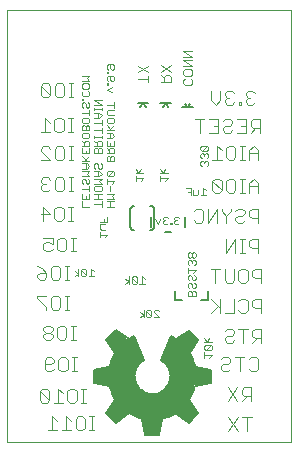
<source format=gbo>
G75*
G70*
%OFA0B0*%
%FSLAX24Y24*%
%IPPOS*%
%LPD*%
%AMOC8*
5,1,8,0,0,1.08239X$1,22.5*
%
%ADD10C,0.0000*%
%ADD11C,0.0040*%
%ADD12C,0.0020*%
%ADD13C,0.0030*%
%ADD14C,0.0080*%
%ADD15C,0.0060*%
D10*
X000380Y000225D02*
X000380Y014621D01*
X009829Y014621D01*
X009829Y000225D01*
X000380Y000225D01*
D11*
X001544Y001545D02*
X001468Y001621D01*
X001468Y001928D01*
X001775Y001621D01*
X001698Y001545D01*
X001544Y001545D01*
X001775Y001621D02*
X001775Y001928D01*
X001698Y002005D01*
X001544Y002005D01*
X001468Y001928D01*
X001928Y001545D02*
X002235Y001545D01*
X002082Y001545D02*
X002082Y002005D01*
X002235Y001852D01*
X002388Y001928D02*
X002388Y001621D01*
X002465Y001545D01*
X002619Y001545D01*
X002695Y001621D01*
X002695Y001928D01*
X002619Y002005D01*
X002465Y002005D01*
X002388Y001928D01*
X002849Y002005D02*
X003002Y002005D01*
X002926Y002005D02*
X002926Y001545D01*
X003002Y001545D02*
X002849Y001545D01*
X002891Y001084D02*
X002738Y001084D01*
X002661Y001008D01*
X002661Y000701D01*
X002738Y000624D01*
X002891Y000624D01*
X002968Y000701D01*
X002968Y001008D01*
X002891Y001084D01*
X003121Y001084D02*
X003275Y001084D01*
X003198Y001084D02*
X003198Y000624D01*
X003275Y000624D02*
X003121Y000624D01*
X002507Y000624D02*
X002200Y000624D01*
X002354Y000624D02*
X002354Y001084D01*
X002507Y000931D01*
X002047Y000931D02*
X001893Y001084D01*
X001893Y000624D01*
X001740Y000624D02*
X002047Y000624D01*
X002165Y002597D02*
X002088Y002674D01*
X002088Y002981D01*
X002165Y003058D01*
X002319Y003058D01*
X002395Y002981D01*
X002395Y002674D01*
X002319Y002597D01*
X002165Y002597D01*
X001935Y002674D02*
X001858Y002597D01*
X001705Y002597D01*
X001628Y002674D01*
X001628Y002981D01*
X001705Y003058D01*
X001858Y003058D01*
X001935Y002981D01*
X001935Y002904D01*
X001858Y002827D01*
X001628Y002827D01*
X001668Y003645D02*
X001591Y003721D01*
X001591Y003798D01*
X001668Y003875D01*
X001822Y003875D01*
X001898Y003952D01*
X001898Y004028D01*
X001822Y004105D01*
X001668Y004105D01*
X001591Y004028D01*
X001591Y003952D01*
X001668Y003875D01*
X001822Y003875D02*
X001898Y003798D01*
X001898Y003721D01*
X001822Y003645D01*
X001668Y003645D01*
X002052Y003721D02*
X002052Y004028D01*
X002128Y004105D01*
X002282Y004105D01*
X002359Y004028D01*
X002359Y003721D01*
X002282Y003645D01*
X002128Y003645D01*
X002052Y003721D01*
X002512Y003645D02*
X002666Y003645D01*
X002589Y003645D02*
X002589Y004105D01*
X002666Y004105D02*
X002512Y004105D01*
X002460Y004645D02*
X002307Y004645D01*
X002383Y004645D02*
X002383Y005105D01*
X002307Y005105D02*
X002460Y005105D01*
X002153Y005028D02*
X002153Y004721D01*
X002076Y004645D01*
X001923Y004645D01*
X001846Y004721D01*
X001846Y005028D01*
X001923Y005105D01*
X002076Y005105D01*
X002153Y005028D01*
X001693Y005105D02*
X001386Y005105D01*
X001386Y005028D01*
X001693Y004721D01*
X001693Y004645D01*
X001616Y005645D02*
X001462Y005645D01*
X001386Y005721D01*
X001386Y005798D01*
X001462Y005875D01*
X001693Y005875D01*
X001693Y005721D01*
X001616Y005645D01*
X001693Y005875D02*
X001539Y006028D01*
X001386Y006105D01*
X001668Y006586D02*
X001822Y006586D01*
X001898Y006663D01*
X001898Y006817D02*
X001745Y006893D01*
X001668Y006893D01*
X001591Y006817D01*
X001591Y006663D01*
X001668Y006586D01*
X001898Y006817D02*
X001898Y007047D01*
X001591Y007047D01*
X002052Y006970D02*
X002052Y006663D01*
X002128Y006586D01*
X002282Y006586D01*
X002359Y006663D01*
X002359Y006970D01*
X002282Y007047D01*
X002128Y007047D01*
X002052Y006970D01*
X002512Y007047D02*
X002666Y007047D01*
X002589Y007047D02*
X002589Y006586D01*
X002666Y006586D02*
X002512Y006586D01*
X002460Y006105D02*
X002307Y006105D01*
X002383Y006105D02*
X002383Y005645D01*
X002307Y005645D02*
X002460Y005645D01*
X002153Y005721D02*
X002076Y005645D01*
X001923Y005645D01*
X001846Y005721D01*
X001846Y006028D01*
X001923Y006105D01*
X002076Y006105D01*
X002153Y006028D01*
X002153Y005721D01*
X002187Y007613D02*
X002034Y007613D01*
X001957Y007690D01*
X001957Y007997D01*
X002034Y008073D01*
X002187Y008073D01*
X002264Y007997D01*
X002264Y007690D01*
X002187Y007613D01*
X002417Y007613D02*
X002571Y007613D01*
X002494Y007613D02*
X002494Y008073D01*
X002571Y008073D02*
X002417Y008073D01*
X002433Y008597D02*
X002587Y008597D01*
X002510Y008597D02*
X002510Y009058D01*
X002587Y009058D02*
X002433Y009058D01*
X002280Y008981D02*
X002280Y008674D01*
X002203Y008597D01*
X002049Y008597D01*
X001973Y008674D01*
X001973Y008981D01*
X002049Y009058D01*
X002203Y009058D01*
X002280Y008981D01*
X002203Y009629D02*
X002049Y009629D01*
X001973Y009706D01*
X001973Y010013D01*
X002049Y010089D01*
X002203Y010089D01*
X002280Y010013D01*
X002280Y009706D01*
X002203Y009629D01*
X002433Y009629D02*
X002587Y009629D01*
X002510Y009629D02*
X002510Y010089D01*
X002587Y010089D02*
X002433Y010089D01*
X002417Y010566D02*
X002571Y010566D01*
X002494Y010566D02*
X002494Y011026D01*
X002571Y011026D02*
X002417Y011026D01*
X002264Y010949D02*
X002264Y010642D01*
X002187Y010566D01*
X002034Y010566D01*
X001957Y010642D01*
X001957Y010949D01*
X002034Y011026D01*
X002187Y011026D01*
X002264Y010949D01*
X001803Y010873D02*
X001650Y011026D01*
X001650Y010566D01*
X001803Y010566D02*
X001496Y010566D01*
X001589Y010089D02*
X001512Y010013D01*
X001512Y009936D01*
X001819Y009629D01*
X001512Y009629D01*
X001589Y010089D02*
X001742Y010089D01*
X001819Y010013D01*
X001742Y009058D02*
X001589Y009058D01*
X001512Y008981D01*
X001512Y008904D01*
X001589Y008827D01*
X001512Y008751D01*
X001512Y008674D01*
X001589Y008597D01*
X001742Y008597D01*
X001819Y008674D01*
X001666Y008827D02*
X001589Y008827D01*
X001819Y008981D02*
X001742Y009058D01*
X001573Y008073D02*
X001803Y007843D01*
X001496Y007843D01*
X001573Y007613D02*
X001573Y008073D01*
X001589Y011729D02*
X001742Y011729D01*
X001819Y011806D01*
X001512Y012113D01*
X001512Y011806D01*
X001589Y011729D01*
X001819Y011806D02*
X001819Y012113D01*
X001742Y012189D01*
X001589Y012189D01*
X001512Y012113D01*
X001973Y012113D02*
X001973Y011806D01*
X002049Y011729D01*
X002203Y011729D01*
X002280Y011806D01*
X002280Y012113D01*
X002203Y012189D01*
X002049Y012189D01*
X001973Y012113D01*
X002433Y012189D02*
X002587Y012189D01*
X002510Y012189D02*
X002510Y011729D01*
X002587Y011729D02*
X002433Y011729D01*
X006653Y011005D02*
X006960Y011005D01*
X006807Y011005D02*
X006807Y010545D01*
X007114Y010545D02*
X007421Y010545D01*
X007421Y011005D01*
X007114Y011005D01*
X007267Y010775D02*
X007421Y010775D01*
X007574Y010698D02*
X007574Y010621D01*
X007651Y010545D01*
X007804Y010545D01*
X007881Y010621D01*
X007804Y010775D02*
X007651Y010775D01*
X007574Y010698D01*
X007574Y010928D02*
X007651Y011005D01*
X007804Y011005D01*
X007881Y010928D01*
X007881Y010852D01*
X007804Y010775D01*
X008035Y011005D02*
X008341Y011005D01*
X008341Y010545D01*
X008035Y010545D01*
X008188Y010775D02*
X008341Y010775D01*
X008495Y010775D02*
X008495Y010928D01*
X008572Y011005D01*
X008802Y011005D01*
X008802Y010545D01*
X008802Y010698D02*
X008572Y010698D01*
X008495Y010775D01*
X008648Y010698D02*
X008495Y010545D01*
X008607Y010105D02*
X008453Y009952D01*
X008453Y009645D01*
X008300Y009645D02*
X008146Y009645D01*
X008223Y009645D02*
X008223Y010105D01*
X008300Y010105D02*
X008146Y010105D01*
X007993Y010028D02*
X007993Y009721D01*
X007916Y009645D01*
X007762Y009645D01*
X007686Y009721D01*
X007686Y010028D01*
X007762Y010105D01*
X007916Y010105D01*
X007993Y010028D01*
X007532Y009952D02*
X007379Y010105D01*
X007379Y009645D01*
X007532Y009645D02*
X007225Y009645D01*
X007302Y009005D02*
X007225Y008928D01*
X007532Y008621D01*
X007456Y008545D01*
X007302Y008545D01*
X007225Y008621D01*
X007225Y008928D01*
X007302Y009005D02*
X007456Y009005D01*
X007532Y008928D01*
X007532Y008621D01*
X007686Y008621D02*
X007686Y008928D01*
X007762Y009005D01*
X007916Y009005D01*
X007993Y008928D01*
X007993Y008621D01*
X007916Y008545D01*
X007762Y008545D01*
X007686Y008621D01*
X008146Y008545D02*
X008300Y008545D01*
X008223Y008545D02*
X008223Y009005D01*
X008300Y009005D02*
X008146Y009005D01*
X008453Y008852D02*
X008453Y008545D01*
X008453Y008775D02*
X008760Y008775D01*
X008760Y008852D02*
X008607Y009005D01*
X008453Y008852D01*
X008760Y008852D02*
X008760Y008545D01*
X008760Y008005D02*
X008530Y008005D01*
X008453Y007928D01*
X008453Y007775D01*
X008530Y007698D01*
X008760Y007698D01*
X008760Y007545D02*
X008760Y008005D01*
X008300Y007928D02*
X008300Y007852D01*
X008223Y007775D01*
X008069Y007775D01*
X007993Y007698D01*
X007993Y007621D01*
X008069Y007545D01*
X008223Y007545D01*
X008300Y007621D01*
X008300Y007928D02*
X008223Y008005D01*
X008069Y008005D01*
X007993Y007928D01*
X007839Y007928D02*
X007686Y007775D01*
X007686Y007545D01*
X007686Y007775D02*
X007532Y007928D01*
X007532Y008005D01*
X007379Y008005D02*
X007072Y007545D01*
X007072Y008005D01*
X006918Y007928D02*
X006918Y007621D01*
X006842Y007545D01*
X006688Y007545D01*
X006612Y007621D01*
X006612Y007928D02*
X006688Y008005D01*
X006842Y008005D01*
X006918Y007928D01*
X007379Y008005D02*
X007379Y007545D01*
X007686Y007005D02*
X007686Y006545D01*
X007993Y007005D01*
X007993Y006545D01*
X008146Y006545D02*
X008300Y006545D01*
X008223Y006545D02*
X008223Y007005D01*
X008300Y007005D02*
X008146Y007005D01*
X008453Y006928D02*
X008453Y006775D01*
X008530Y006698D01*
X008760Y006698D01*
X008760Y006545D02*
X008760Y007005D01*
X008530Y007005D01*
X008453Y006928D01*
X008323Y006005D02*
X008169Y006005D01*
X008093Y005928D01*
X008093Y005621D01*
X008169Y005545D01*
X008323Y005545D01*
X008400Y005621D01*
X008400Y005928D01*
X008323Y006005D01*
X008553Y005928D02*
X008553Y005775D01*
X008630Y005698D01*
X008860Y005698D01*
X008860Y005545D02*
X008860Y006005D01*
X008630Y006005D01*
X008553Y005928D01*
X007939Y006005D02*
X007939Y005621D01*
X007862Y005545D01*
X007709Y005545D01*
X007632Y005621D01*
X007632Y006005D01*
X007479Y006005D02*
X007172Y006005D01*
X007325Y006005D02*
X007325Y005545D01*
X007172Y005005D02*
X007479Y004698D01*
X007402Y004775D02*
X007172Y004545D01*
X007479Y004545D02*
X007479Y005005D01*
X007632Y004545D02*
X007939Y004545D01*
X007939Y005005D01*
X008093Y004928D02*
X008169Y005005D01*
X008323Y005005D01*
X008400Y004928D01*
X008400Y004621D01*
X008323Y004545D01*
X008169Y004545D01*
X008093Y004621D01*
X008093Y004005D02*
X008400Y004005D01*
X008246Y004005D02*
X008246Y003545D01*
X008553Y003545D02*
X008707Y003698D01*
X008630Y003698D02*
X008860Y003698D01*
X008860Y003545D02*
X008860Y004005D01*
X008630Y004005D01*
X008553Y003928D01*
X008553Y003775D01*
X008630Y003698D01*
X008665Y003064D02*
X008512Y003064D01*
X008435Y002987D01*
X008281Y003064D02*
X007975Y003064D01*
X007821Y002987D02*
X007821Y002911D01*
X007744Y002834D01*
X007591Y002834D01*
X007514Y002757D01*
X007514Y002681D01*
X007591Y002604D01*
X007744Y002604D01*
X007821Y002681D01*
X007821Y002987D02*
X007744Y003064D01*
X007591Y003064D01*
X007514Y002987D01*
X007709Y003545D02*
X007632Y003621D01*
X007632Y003698D01*
X007709Y003775D01*
X007862Y003775D01*
X007939Y003852D01*
X007939Y003928D01*
X007862Y004005D01*
X007709Y004005D01*
X007632Y003928D01*
X007709Y003545D02*
X007862Y003545D01*
X007939Y003621D01*
X008128Y003064D02*
X008128Y002604D01*
X008435Y002681D02*
X008512Y002604D01*
X008665Y002604D01*
X008742Y002681D01*
X008742Y002987D01*
X008665Y003064D01*
X008517Y002058D02*
X008287Y002058D01*
X008210Y001981D01*
X008210Y001828D01*
X008287Y001751D01*
X008517Y001751D01*
X008517Y001597D02*
X008517Y002058D01*
X008364Y001751D02*
X008210Y001597D01*
X008057Y001597D02*
X007750Y002058D01*
X008057Y002058D02*
X007750Y001597D01*
X007760Y001053D02*
X008067Y000592D01*
X007760Y000592D02*
X008067Y001053D01*
X008221Y001053D02*
X008527Y001053D01*
X008374Y001053D02*
X008374Y000592D01*
X008860Y004545D02*
X008860Y005005D01*
X008630Y005005D01*
X008553Y004928D01*
X008553Y004775D01*
X008630Y004698D01*
X008860Y004698D01*
X007839Y007928D02*
X007839Y008005D01*
X008760Y009645D02*
X008760Y009952D01*
X008607Y010105D01*
X008760Y009875D02*
X008453Y009875D01*
X008403Y011481D02*
X008557Y011481D01*
X008633Y011558D01*
X008480Y011712D02*
X008403Y011712D01*
X008327Y011635D01*
X008327Y011558D01*
X008403Y011481D01*
X008403Y011712D02*
X008327Y011788D01*
X008327Y011865D01*
X008403Y011942D01*
X008557Y011942D01*
X008633Y011865D01*
X008173Y011558D02*
X008096Y011558D01*
X008096Y011481D01*
X008173Y011481D01*
X008173Y011558D01*
X007943Y011558D02*
X007866Y011481D01*
X007713Y011481D01*
X007636Y011558D01*
X007636Y011635D01*
X007713Y011712D01*
X007789Y011712D01*
X007713Y011712D02*
X007636Y011788D01*
X007636Y011865D01*
X007713Y011942D01*
X007866Y011942D01*
X007943Y011865D01*
X007482Y011942D02*
X007482Y011635D01*
X007329Y011481D01*
X007176Y011635D01*
X007176Y011942D01*
X002702Y003058D02*
X002549Y003058D01*
X002626Y003058D02*
X002626Y002597D01*
X002702Y002597D02*
X002549Y002597D01*
D12*
X004326Y005496D02*
X004454Y005582D01*
X004326Y005667D01*
X004454Y005752D02*
X004454Y005496D01*
X004537Y005539D02*
X004537Y005710D01*
X004708Y005539D01*
X004665Y005496D01*
X004580Y005496D01*
X004537Y005539D01*
X004537Y005710D02*
X004580Y005752D01*
X004665Y005752D01*
X004708Y005710D01*
X004708Y005539D01*
X004791Y005496D02*
X004961Y005496D01*
X004876Y005496D02*
X004876Y005752D01*
X004961Y005667D01*
X004930Y004638D02*
X004930Y004382D01*
X004930Y004467D02*
X004802Y004552D01*
X004930Y004467D02*
X004802Y004382D01*
X005014Y004424D02*
X005056Y004382D01*
X005142Y004382D01*
X005184Y004424D01*
X005014Y004595D01*
X005014Y004424D01*
X005014Y004595D02*
X005056Y004638D01*
X005142Y004638D01*
X005184Y004595D01*
X005184Y004424D01*
X005267Y004382D02*
X005438Y004382D01*
X005267Y004552D01*
X005267Y004595D01*
X005310Y004638D01*
X005395Y004638D01*
X005438Y004595D01*
X006408Y005110D02*
X006408Y005238D01*
X006451Y005281D01*
X006493Y005281D01*
X006536Y005238D01*
X006536Y005110D01*
X006664Y005110D02*
X006664Y005238D01*
X006621Y005281D01*
X006578Y005281D01*
X006536Y005238D01*
X006578Y005364D02*
X006536Y005407D01*
X006536Y005492D01*
X006493Y005535D01*
X006451Y005535D01*
X006408Y005492D01*
X006408Y005407D01*
X006451Y005364D01*
X006578Y005364D02*
X006621Y005364D01*
X006664Y005407D01*
X006664Y005492D01*
X006621Y005535D01*
X006621Y005618D02*
X006578Y005618D01*
X006536Y005661D01*
X006536Y005746D01*
X006493Y005789D01*
X006451Y005789D01*
X006408Y005746D01*
X006408Y005661D01*
X006451Y005618D01*
X006408Y005872D02*
X006408Y006042D01*
X006408Y005957D02*
X006664Y005957D01*
X006578Y005872D01*
X006621Y005789D02*
X006664Y005746D01*
X006664Y005661D01*
X006621Y005618D01*
X006621Y006125D02*
X006664Y006168D01*
X006664Y006253D01*
X006621Y006296D01*
X006578Y006296D01*
X006536Y006253D01*
X006493Y006296D01*
X006451Y006296D01*
X006408Y006253D01*
X006408Y006168D01*
X006451Y006125D01*
X006536Y006211D02*
X006536Y006253D01*
X006578Y006379D02*
X006536Y006422D01*
X006536Y006507D01*
X006493Y006550D01*
X006451Y006550D01*
X006408Y006507D01*
X006408Y006422D01*
X006451Y006379D01*
X006493Y006379D01*
X006536Y006422D01*
X006578Y006379D02*
X006621Y006379D01*
X006664Y006422D01*
X006664Y006507D01*
X006621Y006550D01*
X006578Y006550D01*
X006536Y006507D01*
X006077Y007488D02*
X005991Y007488D01*
X005949Y007530D01*
X005949Y007573D01*
X005991Y007616D01*
X006034Y007616D01*
X005991Y007616D02*
X005949Y007658D01*
X005949Y007701D01*
X005991Y007744D01*
X006077Y007744D01*
X006119Y007701D01*
X006119Y007530D02*
X006077Y007488D01*
X005865Y007488D02*
X005823Y007488D01*
X005823Y007530D01*
X005865Y007530D01*
X005865Y007488D01*
X005739Y007530D02*
X005696Y007488D01*
X005611Y007488D01*
X005568Y007530D01*
X005568Y007573D01*
X005611Y007616D01*
X005653Y007616D01*
X005611Y007616D02*
X005568Y007658D01*
X005568Y007701D01*
X005611Y007744D01*
X005696Y007744D01*
X005739Y007701D01*
X005485Y007658D02*
X005400Y007488D01*
X005314Y007658D01*
X005479Y008940D02*
X005479Y009110D01*
X005479Y009193D02*
X005735Y009193D01*
X005649Y009321D02*
X005564Y009193D01*
X005479Y009321D01*
X005479Y009025D02*
X005735Y009025D01*
X005649Y008940D01*
X006333Y008704D02*
X006504Y008704D01*
X006504Y008449D01*
X006587Y008449D02*
X006587Y008619D01*
X006504Y008577D02*
X006419Y008577D01*
X006587Y008449D02*
X006715Y008449D01*
X006758Y008491D01*
X006758Y008619D01*
X006926Y008704D02*
X006926Y008449D01*
X007011Y008449D02*
X006841Y008449D01*
X007011Y008619D02*
X006926Y008704D01*
X006868Y009432D02*
X006826Y009475D01*
X006826Y009560D01*
X006868Y009603D01*
X006911Y009603D01*
X006954Y009560D01*
X006954Y009517D01*
X006954Y009560D02*
X006996Y009603D01*
X007039Y009603D01*
X007081Y009560D01*
X007081Y009475D01*
X007039Y009432D01*
X007039Y009686D02*
X007081Y009729D01*
X007081Y009814D01*
X007039Y009857D01*
X006996Y009857D01*
X006954Y009814D01*
X006911Y009857D01*
X006868Y009857D01*
X006826Y009814D01*
X006826Y009729D01*
X006868Y009686D01*
X006954Y009771D02*
X006954Y009814D01*
X007039Y009940D02*
X006868Y009940D01*
X007039Y010110D01*
X006868Y010110D01*
X006826Y010068D01*
X006826Y009982D01*
X006868Y009940D01*
X007039Y009940D02*
X007081Y009982D01*
X007081Y010068D01*
X007039Y010110D01*
X004917Y009193D02*
X004662Y009193D01*
X004662Y009110D02*
X004662Y008940D01*
X004662Y009025D02*
X004917Y009025D01*
X004832Y008940D01*
X004747Y009193D02*
X004832Y009321D01*
X004747Y009193D02*
X004662Y009321D01*
X003953Y009222D02*
X003953Y009137D01*
X003910Y009094D01*
X003740Y009094D01*
X003910Y009265D01*
X003740Y009265D01*
X003697Y009222D01*
X003697Y009137D01*
X003740Y009094D01*
X003697Y009011D02*
X003697Y008840D01*
X003697Y008926D02*
X003953Y008926D01*
X003868Y008840D01*
X003825Y008757D02*
X003825Y008587D01*
X003953Y008503D02*
X003697Y008503D01*
X003697Y008333D02*
X003953Y008333D01*
X003868Y008418D01*
X003953Y008503D01*
X003953Y008250D02*
X003697Y008250D01*
X003825Y008250D02*
X003825Y008079D01*
X003697Y008079D02*
X003953Y008079D01*
X003722Y007736D02*
X003722Y007565D01*
X003466Y007565D01*
X003466Y007482D02*
X003637Y007482D01*
X003594Y007565D02*
X003594Y007651D01*
X003466Y007482D02*
X003466Y007354D01*
X003509Y007312D01*
X003637Y007312D01*
X003722Y007143D02*
X003466Y007143D01*
X003466Y007058D02*
X003466Y007228D01*
X003637Y007058D02*
X003722Y007143D01*
X003540Y008079D02*
X003540Y008250D01*
X003540Y008333D02*
X003284Y008333D01*
X003412Y008333D02*
X003412Y008503D01*
X003497Y008587D02*
X003540Y008629D01*
X003540Y008715D01*
X003497Y008757D01*
X003326Y008757D01*
X003284Y008715D01*
X003284Y008629D01*
X003326Y008587D01*
X003497Y008587D01*
X003540Y008503D02*
X003284Y008503D01*
X003126Y008503D02*
X003126Y008333D01*
X002870Y008333D01*
X002870Y008503D01*
X002870Y008672D02*
X003126Y008672D01*
X003126Y008587D02*
X003126Y008757D01*
X003084Y008840D02*
X003041Y008840D01*
X002998Y008883D01*
X002998Y008968D01*
X002956Y009011D01*
X002913Y009011D01*
X002870Y008968D01*
X002870Y008883D01*
X002913Y008840D01*
X003084Y008840D02*
X003126Y008883D01*
X003126Y008968D01*
X003084Y009011D01*
X003126Y009094D02*
X003041Y009179D01*
X003126Y009265D01*
X002870Y009265D01*
X002870Y009348D02*
X003041Y009348D01*
X003126Y009433D01*
X003041Y009518D01*
X002870Y009518D01*
X002870Y009602D02*
X003126Y009602D01*
X002998Y009644D02*
X002870Y009772D01*
X002870Y009855D02*
X002870Y010026D01*
X002870Y010109D02*
X003126Y010109D01*
X003126Y010237D01*
X003084Y010280D01*
X002998Y010280D01*
X002956Y010237D01*
X002956Y010109D01*
X002956Y010194D02*
X002870Y010280D01*
X002913Y010363D02*
X002870Y010406D01*
X002870Y010491D01*
X002913Y010533D01*
X003084Y010533D01*
X003126Y010491D01*
X003126Y010406D01*
X003084Y010363D01*
X002913Y010363D01*
X002870Y010617D02*
X002870Y010745D01*
X002913Y010787D01*
X002956Y010787D01*
X002998Y010745D01*
X002998Y010617D01*
X002870Y010617D02*
X003126Y010617D01*
X003126Y010745D01*
X003084Y010787D01*
X003041Y010787D01*
X002998Y010745D01*
X002913Y010870D02*
X002870Y010913D01*
X002870Y010998D01*
X002913Y011041D01*
X003084Y011041D01*
X003126Y010998D01*
X003126Y010913D01*
X003084Y010870D01*
X002913Y010870D01*
X003126Y011124D02*
X003126Y011295D01*
X003126Y011209D02*
X002870Y011209D01*
X002913Y011378D02*
X002870Y011421D01*
X002870Y011506D01*
X002913Y011549D01*
X002956Y011549D01*
X002998Y011506D01*
X002998Y011421D01*
X003041Y011378D01*
X003084Y011378D01*
X003126Y011421D01*
X003126Y011506D01*
X003084Y011549D01*
X003084Y011759D02*
X002913Y011759D01*
X002870Y011801D01*
X002870Y011887D01*
X002913Y011929D01*
X002913Y012012D02*
X002870Y012055D01*
X002870Y012140D01*
X002913Y012183D01*
X003084Y012183D01*
X003126Y012140D01*
X003126Y012055D01*
X003084Y012012D01*
X002913Y012012D01*
X003084Y011929D02*
X003126Y011887D01*
X003126Y011801D01*
X003084Y011759D01*
X002913Y011674D02*
X002870Y011674D01*
X002870Y011632D01*
X002913Y011632D01*
X002913Y011674D01*
X003284Y011633D02*
X003540Y011633D01*
X003540Y011463D02*
X003284Y011463D01*
X003284Y011379D02*
X003284Y011293D01*
X003284Y011336D02*
X003540Y011336D01*
X003540Y011293D02*
X003540Y011379D01*
X003540Y011463D02*
X003284Y011633D01*
X003284Y011210D02*
X003454Y011210D01*
X003540Y011125D01*
X003454Y011040D01*
X003284Y011040D01*
X003412Y011040D02*
X003412Y011210D01*
X003540Y010956D02*
X003540Y010786D01*
X003540Y010703D02*
X003540Y010532D01*
X003540Y010448D02*
X003540Y010363D01*
X003540Y010406D02*
X003284Y010406D01*
X003284Y010448D02*
X003284Y010363D01*
X003284Y010280D02*
X003369Y010194D01*
X003369Y010237D02*
X003369Y010109D01*
X003369Y010026D02*
X003326Y010026D01*
X003284Y009983D01*
X003284Y009855D01*
X003540Y009855D01*
X003540Y009983D01*
X003497Y010026D01*
X003454Y010026D01*
X003412Y009983D01*
X003412Y009855D01*
X003412Y009983D02*
X003369Y010026D01*
X003284Y010109D02*
X003540Y010109D01*
X003540Y010237D01*
X003497Y010280D01*
X003412Y010280D01*
X003369Y010237D01*
X003126Y010026D02*
X003126Y009855D01*
X002870Y009855D01*
X002998Y009855D02*
X002998Y009941D01*
X003126Y009772D02*
X002956Y009602D01*
X002998Y009518D02*
X002998Y009348D01*
X002870Y009094D02*
X003126Y009094D01*
X003284Y009094D02*
X003454Y009094D01*
X003540Y009179D01*
X003454Y009265D01*
X003284Y009265D01*
X003326Y009348D02*
X003284Y009391D01*
X003284Y009476D01*
X003326Y009518D01*
X003369Y009518D01*
X003412Y009476D01*
X003412Y009391D01*
X003454Y009348D01*
X003497Y009348D01*
X003540Y009391D01*
X003540Y009476D01*
X003497Y009518D01*
X003697Y009602D02*
X003697Y009730D01*
X003740Y009772D01*
X003782Y009772D01*
X003825Y009730D01*
X003825Y009602D01*
X003825Y009730D02*
X003868Y009772D01*
X003910Y009772D01*
X003953Y009730D01*
X003953Y009602D01*
X003697Y009602D01*
X003697Y009855D02*
X003953Y009855D01*
X003953Y009983D01*
X003910Y010026D01*
X003825Y010026D01*
X003782Y009983D01*
X003782Y009855D01*
X003782Y009941D02*
X003697Y010026D01*
X003697Y010109D02*
X003697Y010280D01*
X003697Y010363D02*
X003868Y010363D01*
X003953Y010448D01*
X003868Y010533D01*
X003697Y010533D01*
X003697Y010617D02*
X003953Y010617D01*
X003825Y010659D02*
X003697Y010787D01*
X003740Y010870D02*
X003697Y010913D01*
X003697Y010998D01*
X003740Y011041D01*
X003910Y011041D01*
X003953Y010998D01*
X003953Y010913D01*
X003910Y010870D01*
X003740Y010870D01*
X003953Y010787D02*
X003782Y010617D01*
X003825Y010533D02*
X003825Y010363D01*
X003953Y010280D02*
X003953Y010109D01*
X003697Y010109D01*
X003825Y010109D02*
X003825Y010194D01*
X003540Y010617D02*
X003284Y010617D01*
X003284Y010871D02*
X003540Y010871D01*
X003740Y011124D02*
X003697Y011167D01*
X003697Y011252D01*
X003740Y011295D01*
X003953Y011295D01*
X003953Y011378D02*
X003953Y011549D01*
X003953Y011463D02*
X003697Y011463D01*
X003740Y011124D02*
X003953Y011124D01*
X003868Y011885D02*
X003697Y011971D01*
X003868Y012056D01*
X003740Y012139D02*
X003740Y012182D01*
X003697Y012182D01*
X003697Y012139D01*
X003740Y012139D01*
X003740Y012266D02*
X003697Y012309D01*
X003697Y012394D01*
X003740Y012437D01*
X003910Y012437D01*
X003953Y012394D01*
X003953Y012309D01*
X003910Y012266D01*
X003868Y012266D01*
X003825Y012309D01*
X003825Y012437D01*
X003740Y012520D02*
X003740Y012563D01*
X003697Y012563D01*
X003697Y012520D01*
X003740Y012520D01*
X003740Y012647D02*
X003697Y012689D01*
X003697Y012775D01*
X003740Y012817D01*
X003910Y012817D01*
X003953Y012775D01*
X003953Y012689D01*
X003910Y012647D01*
X003868Y012647D01*
X003825Y012689D01*
X003825Y012817D01*
X003126Y012437D02*
X002870Y012437D01*
X002870Y012266D02*
X003126Y012266D01*
X003041Y012351D01*
X003126Y012437D01*
X003412Y009265D02*
X003412Y009094D01*
X003540Y009011D02*
X003284Y009011D01*
X003284Y008840D02*
X003540Y008840D01*
X003454Y008926D01*
X003540Y009011D01*
X003910Y009265D02*
X003953Y009222D01*
X003540Y008164D02*
X003284Y008164D01*
X003126Y008079D02*
X002870Y008079D01*
X002870Y008250D01*
X002998Y008333D02*
X002998Y008418D01*
X002970Y006005D02*
X002885Y006005D01*
X002842Y005963D01*
X003013Y005792D01*
X002970Y005750D01*
X002885Y005750D01*
X002842Y005792D01*
X002842Y005963D01*
X002759Y006005D02*
X002759Y005750D01*
X002759Y005835D02*
X002631Y005920D01*
X002759Y005835D02*
X002631Y005750D01*
X002970Y006005D02*
X003013Y005963D01*
X003013Y005792D01*
X003096Y005750D02*
X003267Y005750D01*
X003182Y005750D02*
X003182Y006005D01*
X003267Y005920D01*
X006408Y005110D02*
X006664Y005110D01*
X006952Y003684D02*
X007037Y003556D01*
X007122Y003684D01*
X007207Y003556D02*
X006952Y003556D01*
X006994Y003473D02*
X006952Y003430D01*
X006952Y003345D01*
X006994Y003302D01*
X007165Y003473D01*
X006994Y003473D01*
X007165Y003473D02*
X007207Y003430D01*
X007207Y003345D01*
X007165Y003302D01*
X006994Y003302D01*
X006952Y003219D02*
X006952Y003048D01*
X006952Y003134D02*
X007207Y003134D01*
X007122Y003048D01*
D13*
X006502Y012137D02*
X006299Y012137D01*
X006248Y012188D01*
X006248Y012290D01*
X006299Y012341D01*
X006299Y012446D02*
X006248Y012496D01*
X006248Y012598D01*
X006299Y012649D01*
X006502Y012649D01*
X006553Y012598D01*
X006553Y012496D01*
X006502Y012446D01*
X006299Y012446D01*
X006502Y012341D02*
X006553Y012290D01*
X006553Y012188D01*
X006502Y012137D01*
X006553Y012754D02*
X006248Y012754D01*
X006248Y012957D02*
X006553Y012957D01*
X006553Y013062D02*
X006248Y013265D01*
X006553Y013265D01*
X006553Y013062D02*
X006248Y013062D01*
X006248Y012957D02*
X006553Y012754D01*
X005836Y012791D02*
X005512Y012574D01*
X005512Y012465D02*
X005620Y012356D01*
X005620Y012410D02*
X005620Y012248D01*
X005512Y012248D02*
X005836Y012248D01*
X005836Y012410D01*
X005782Y012465D01*
X005674Y012465D01*
X005620Y012410D01*
X005836Y012574D02*
X005512Y012791D01*
X005067Y012771D02*
X004743Y012555D01*
X004743Y012771D02*
X005067Y012555D01*
X005067Y012445D02*
X005067Y012229D01*
X005067Y012337D02*
X004743Y012337D01*
D14*
X004731Y011521D02*
X004912Y011521D01*
X004820Y011399D01*
X004912Y011521D02*
X005093Y011521D01*
X004998Y011399D02*
X004922Y011515D01*
X005480Y011529D02*
X005661Y011529D01*
X005569Y011407D01*
X005661Y011529D02*
X005842Y011529D01*
X005747Y011407D02*
X005671Y011523D01*
X006220Y011386D02*
X006401Y011386D01*
X006493Y011508D01*
X006582Y011386D02*
X006401Y011386D01*
X006391Y011392D02*
X006315Y011508D01*
X005277Y008014D02*
X005277Y007384D01*
X005276Y007383D02*
X005271Y007367D01*
X005263Y007351D01*
X005253Y007337D01*
X005241Y007325D01*
X005226Y007315D01*
X005210Y007308D01*
X005193Y007304D01*
X005176Y007303D01*
X005158Y007305D01*
X005174Y007398D02*
X005174Y007736D01*
X005276Y008014D02*
X005271Y008030D01*
X005263Y008046D01*
X005253Y008060D01*
X005241Y008072D01*
X005226Y008082D01*
X005210Y008089D01*
X005193Y008093D01*
X005176Y008094D01*
X005158Y008092D01*
X004608Y008092D02*
X004588Y008094D01*
X004569Y008092D01*
X004550Y008086D01*
X004533Y008077D01*
X004517Y008065D01*
X004505Y008050D01*
X004496Y008032D01*
X004490Y008014D01*
X004489Y008014D02*
X004489Y007384D01*
X004490Y007383D02*
X004496Y007365D01*
X004505Y007347D01*
X004517Y007332D01*
X004533Y007320D01*
X004550Y007311D01*
X004569Y007305D01*
X004588Y007303D01*
X004608Y007305D01*
X005629Y007248D02*
X005840Y007248D01*
X006294Y007398D02*
X006294Y007736D01*
X005975Y005279D02*
X005975Y004964D01*
X006211Y004964D01*
X006841Y004964D02*
X007077Y004964D01*
X007077Y005279D01*
X006440Y003942D02*
X006020Y003662D01*
X005840Y003762D01*
X005510Y002962D01*
X006470Y003192D02*
X006505Y003130D01*
X006538Y003067D01*
X006567Y003002D01*
X006592Y002936D01*
X006615Y002869D01*
X006634Y002801D01*
X006650Y002731D01*
X006650Y002732D02*
X007170Y002632D01*
X007170Y002182D01*
X006640Y002082D01*
X006450Y001642D02*
X006760Y001192D01*
X006440Y000872D01*
X005980Y001182D01*
X005550Y001002D02*
X005450Y000462D01*
X004990Y000462D01*
X004890Y001002D01*
X004460Y001182D02*
X004010Y000872D01*
X003680Y001192D01*
X003990Y001642D01*
X003800Y002082D02*
X003270Y002182D01*
X003270Y002632D01*
X003790Y002732D01*
X003980Y003192D02*
X003680Y003622D01*
X004010Y003952D01*
X004430Y003662D01*
X004610Y003762D01*
X004940Y002962D01*
X004460Y001182D02*
X004518Y001149D01*
X004577Y001119D01*
X004638Y001092D01*
X004699Y001068D01*
X004762Y001046D01*
X004826Y001027D01*
X004890Y001012D01*
X003990Y001642D02*
X003954Y001700D01*
X003921Y001761D01*
X003890Y001823D01*
X003863Y001886D01*
X003839Y001950D01*
X003818Y002016D01*
X003800Y002082D01*
X005550Y001012D02*
X005624Y001031D01*
X005696Y001054D01*
X005767Y001081D01*
X005837Y001111D01*
X005904Y001145D01*
X005970Y001182D01*
X005510Y002962D02*
X005552Y002938D01*
X005591Y002910D01*
X005628Y002879D01*
X005663Y002845D01*
X005695Y002809D01*
X005723Y002770D01*
X005749Y002729D01*
X005771Y002686D01*
X005789Y002641D01*
X005804Y002595D01*
X005816Y002548D01*
X005823Y002501D01*
X005827Y002453D01*
X005826Y002404D01*
X005822Y002356D01*
X005814Y002309D01*
X005802Y002262D01*
X005787Y002216D01*
X005768Y002172D01*
X005745Y002129D01*
X005719Y002088D01*
X005690Y002050D01*
X005658Y002014D01*
X005623Y001980D01*
X005585Y001950D01*
X005546Y001923D01*
X005504Y001898D01*
X005460Y001878D01*
X005415Y001861D01*
X005369Y001847D01*
X005321Y001838D01*
X005273Y001832D01*
X005225Y001830D01*
X005177Y001832D01*
X005129Y001838D01*
X005081Y001847D01*
X005035Y001861D01*
X004990Y001878D01*
X004946Y001898D01*
X004904Y001923D01*
X004865Y001950D01*
X004827Y001980D01*
X004792Y002014D01*
X004760Y002050D01*
X004731Y002088D01*
X004705Y002129D01*
X004682Y002172D01*
X004663Y002216D01*
X004648Y002262D01*
X004636Y002309D01*
X004628Y002356D01*
X004624Y002404D01*
X004623Y002453D01*
X004627Y002501D01*
X004634Y002548D01*
X004646Y002595D01*
X004661Y002641D01*
X004679Y002686D01*
X004701Y002729D01*
X004727Y002770D01*
X004755Y002809D01*
X004787Y002845D01*
X004822Y002879D01*
X004859Y002910D01*
X004898Y002938D01*
X004940Y002962D01*
X003980Y003192D02*
X003945Y003130D01*
X003912Y003067D01*
X003883Y003002D01*
X003858Y002936D01*
X003835Y002869D01*
X003816Y002801D01*
X003800Y002731D01*
X006450Y001642D02*
X006486Y001701D01*
X006519Y001761D01*
X006549Y001823D01*
X006576Y001886D01*
X006601Y001950D01*
X006622Y002016D01*
X006640Y002082D01*
X006470Y003192D02*
X006760Y003622D01*
X006440Y003942D01*
D15*
X006430Y003912D02*
X006020Y003642D01*
X005850Y003722D01*
X005540Y002962D01*
X005840Y002662D01*
X005830Y002152D01*
X005440Y001802D01*
X004970Y001812D01*
X004630Y002162D01*
X004620Y002682D01*
X003652Y002682D01*
X003810Y002712D02*
X003280Y002612D01*
X003290Y002192D01*
X003830Y002092D01*
X004020Y001622D01*
X003730Y001182D01*
X004020Y000922D01*
X004450Y001222D01*
X004910Y001032D01*
X005020Y000492D01*
X005430Y000482D01*
X005520Y001032D01*
X005990Y001202D01*
X006440Y000912D01*
X006720Y001202D01*
X006410Y001642D01*
X006630Y002112D01*
X007150Y002212D01*
X007140Y002622D01*
X006620Y002712D01*
X006450Y003202D01*
X006730Y003632D01*
X006430Y003912D01*
X006428Y003910D02*
X006432Y003910D01*
X006494Y003852D02*
X006339Y003852D01*
X006250Y003793D02*
X006557Y003793D01*
X006620Y003735D02*
X006162Y003735D01*
X006073Y003676D02*
X006683Y003676D01*
X006721Y003618D02*
X005808Y003618D01*
X005832Y003676D02*
X005947Y003676D01*
X005784Y003559D02*
X006683Y003559D01*
X006645Y003501D02*
X005760Y003501D01*
X005736Y003442D02*
X006607Y003442D01*
X006569Y003384D02*
X005712Y003384D01*
X005689Y003325D02*
X006531Y003325D01*
X006493Y003267D02*
X005665Y003267D01*
X005641Y003208D02*
X006455Y003208D01*
X006468Y003150D02*
X005617Y003150D01*
X005593Y003091D02*
X006489Y003091D01*
X006509Y003033D02*
X005569Y003033D01*
X005545Y002974D02*
X006529Y002974D01*
X006549Y002916D02*
X005586Y002916D01*
X005645Y002857D02*
X006570Y002857D01*
X006590Y002799D02*
X005703Y002799D01*
X005762Y002740D02*
X006610Y002740D01*
X006793Y002682D02*
X005820Y002682D01*
X005840Y002623D02*
X007131Y002623D01*
X007142Y002565D02*
X005838Y002565D01*
X005837Y002506D02*
X007143Y002506D01*
X007144Y002448D02*
X005836Y002448D01*
X005835Y002389D02*
X007146Y002389D01*
X007147Y002331D02*
X005834Y002331D01*
X005833Y002272D02*
X007149Y002272D01*
X007150Y002214D02*
X005831Y002214D01*
X005830Y002155D02*
X006857Y002155D01*
X006623Y002097D02*
X005769Y002097D01*
X005704Y002038D02*
X006596Y002038D01*
X006568Y001980D02*
X005639Y001980D01*
X005573Y001921D02*
X006541Y001921D01*
X006514Y001863D02*
X005508Y001863D01*
X005443Y001804D02*
X006486Y001804D01*
X006459Y001746D02*
X003970Y001746D01*
X003946Y001804D02*
X005320Y001804D01*
X004921Y001863D02*
X003923Y001863D01*
X003899Y001921D02*
X004864Y001921D01*
X004807Y001980D02*
X003876Y001980D01*
X003852Y002038D02*
X004750Y002038D01*
X004693Y002097D02*
X003803Y002097D01*
X003994Y001687D02*
X006432Y001687D01*
X006419Y001629D02*
X004017Y001629D01*
X003986Y001570D02*
X006461Y001570D01*
X006502Y001512D02*
X003948Y001512D01*
X003909Y001453D02*
X006543Y001453D01*
X006584Y001395D02*
X003871Y001395D01*
X003832Y001336D02*
X006625Y001336D01*
X006667Y001278D02*
X003794Y001278D01*
X003755Y001219D02*
X004447Y001219D01*
X004456Y001219D02*
X006708Y001219D01*
X006681Y001161D02*
X006054Y001161D01*
X006145Y001102D02*
X006624Y001102D01*
X006568Y001044D02*
X006235Y001044D01*
X006326Y000985D02*
X006511Y000985D01*
X006455Y000927D02*
X006417Y000927D01*
X005877Y001161D02*
X004598Y001161D01*
X004739Y001102D02*
X005715Y001102D01*
X005554Y001044D02*
X004881Y001044D01*
X004920Y000985D02*
X005513Y000985D01*
X005503Y000927D02*
X004932Y000927D01*
X004944Y000868D02*
X005494Y000868D01*
X005484Y000810D02*
X004955Y000810D01*
X004967Y000751D02*
X005474Y000751D01*
X005465Y000693D02*
X004979Y000693D01*
X004991Y000634D02*
X005455Y000634D01*
X005446Y000576D02*
X005003Y000576D01*
X005015Y000517D02*
X005436Y000517D01*
X004363Y001161D02*
X003754Y001161D01*
X003819Y001102D02*
X004279Y001102D01*
X004195Y001044D02*
X003884Y001044D01*
X003949Y000985D02*
X004111Y000985D01*
X004028Y000927D02*
X004015Y000927D01*
X003487Y002155D02*
X004637Y002155D01*
X004629Y002214D02*
X003290Y002214D01*
X003288Y002272D02*
X004628Y002272D01*
X004627Y002331D02*
X003287Y002331D01*
X003286Y002389D02*
X004626Y002389D01*
X004625Y002448D02*
X003284Y002448D01*
X003283Y002506D02*
X004624Y002506D01*
X004623Y002565D02*
X003281Y002565D01*
X003342Y002623D02*
X004621Y002623D01*
X004620Y002682D02*
X004900Y002982D01*
X004620Y003722D01*
X004420Y003612D01*
X004010Y003912D01*
X003710Y003622D01*
X004010Y003192D01*
X003810Y002712D01*
X003822Y002740D02*
X004675Y002740D01*
X004730Y002799D02*
X003847Y002799D01*
X003871Y002857D02*
X004784Y002857D01*
X004839Y002916D02*
X003895Y002916D01*
X003920Y002974D02*
X004893Y002974D01*
X004881Y003033D02*
X003944Y003033D01*
X003968Y003091D02*
X004859Y003091D01*
X004837Y003150D02*
X003993Y003150D01*
X003999Y003208D02*
X004815Y003208D01*
X004792Y003267D02*
X003958Y003267D01*
X003917Y003325D02*
X004770Y003325D01*
X004748Y003384D02*
X003876Y003384D01*
X003835Y003442D02*
X004726Y003442D01*
X004704Y003501D02*
X003795Y003501D01*
X003754Y003559D02*
X004682Y003559D01*
X004660Y003618D02*
X004431Y003618D01*
X004412Y003618D02*
X003713Y003618D01*
X003767Y003676D02*
X004332Y003676D01*
X004252Y003735D02*
X003827Y003735D01*
X003888Y003793D02*
X004172Y003793D01*
X004092Y003852D02*
X003948Y003852D01*
X004009Y003910D02*
X004012Y003910D01*
X004538Y003676D02*
X004637Y003676D01*
M02*

</source>
